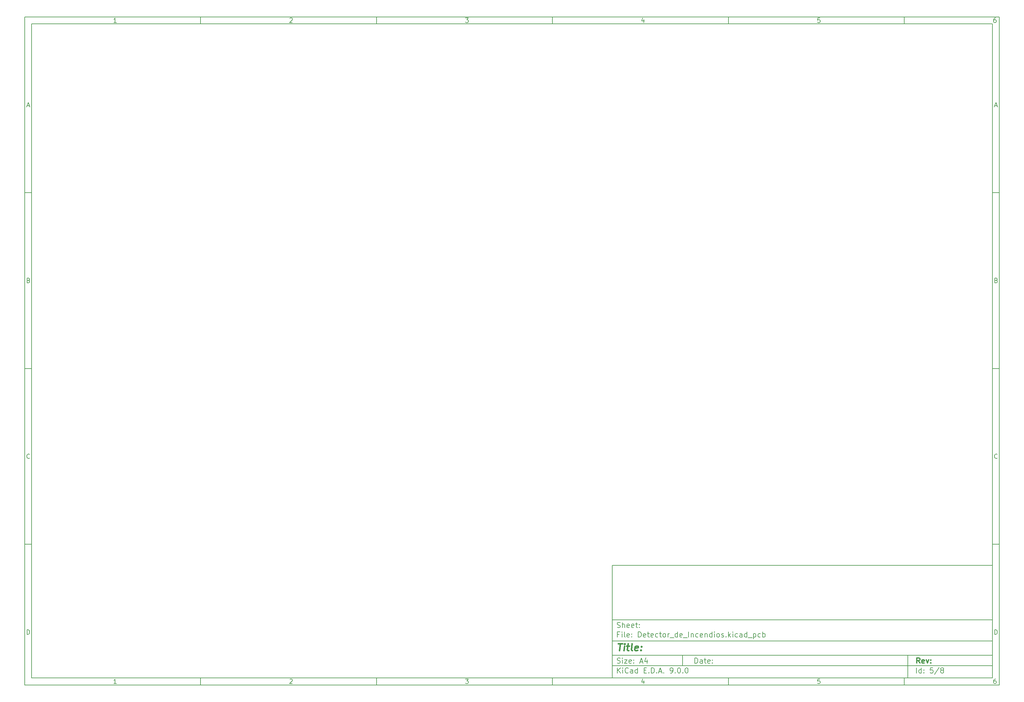
<source format=gbr>
%TF.GenerationSoftware,KiCad,Pcbnew,9.0.0*%
%TF.CreationDate,2025-02-27T14:05:11-05:00*%
%TF.ProjectId,Detector_de_Incendios,44657465-6374-46f7-925f-64655f496e63,rev?*%
%TF.SameCoordinates,Original*%
%TF.FileFunction,Legend,Bot*%
%TF.FilePolarity,Positive*%
%FSLAX46Y46*%
G04 Gerber Fmt 4.6, Leading zero omitted, Abs format (unit mm)*
G04 Created by KiCad (PCBNEW 9.0.0) date 2025-02-27 14:05:11*
%MOMM*%
%LPD*%
G01*
G04 APERTURE LIST*
%ADD10C,0.100000*%
%ADD11C,0.150000*%
%ADD12C,0.300000*%
%ADD13C,0.400000*%
G04 APERTURE END LIST*
D10*
D11*
X177002200Y-166007200D02*
X285002200Y-166007200D01*
X285002200Y-198007200D01*
X177002200Y-198007200D01*
X177002200Y-166007200D01*
D10*
D11*
X10000000Y-10000000D02*
X287002200Y-10000000D01*
X287002200Y-200007200D01*
X10000000Y-200007200D01*
X10000000Y-10000000D01*
D10*
D11*
X12000000Y-12000000D02*
X285002200Y-12000000D01*
X285002200Y-198007200D01*
X12000000Y-198007200D01*
X12000000Y-12000000D01*
D10*
D11*
X60000000Y-12000000D02*
X60000000Y-10000000D01*
D10*
D11*
X110000000Y-12000000D02*
X110000000Y-10000000D01*
D10*
D11*
X160000000Y-12000000D02*
X160000000Y-10000000D01*
D10*
D11*
X210000000Y-12000000D02*
X210000000Y-10000000D01*
D10*
D11*
X260000000Y-12000000D02*
X260000000Y-10000000D01*
D10*
D11*
X36089160Y-11593604D02*
X35346303Y-11593604D01*
X35717731Y-11593604D02*
X35717731Y-10293604D01*
X35717731Y-10293604D02*
X35593922Y-10479319D01*
X35593922Y-10479319D02*
X35470112Y-10603128D01*
X35470112Y-10603128D02*
X35346303Y-10665033D01*
D10*
D11*
X85346303Y-10417414D02*
X85408207Y-10355509D01*
X85408207Y-10355509D02*
X85532017Y-10293604D01*
X85532017Y-10293604D02*
X85841541Y-10293604D01*
X85841541Y-10293604D02*
X85965350Y-10355509D01*
X85965350Y-10355509D02*
X86027255Y-10417414D01*
X86027255Y-10417414D02*
X86089160Y-10541223D01*
X86089160Y-10541223D02*
X86089160Y-10665033D01*
X86089160Y-10665033D02*
X86027255Y-10850747D01*
X86027255Y-10850747D02*
X85284398Y-11593604D01*
X85284398Y-11593604D02*
X86089160Y-11593604D01*
D10*
D11*
X135284398Y-10293604D02*
X136089160Y-10293604D01*
X136089160Y-10293604D02*
X135655826Y-10788842D01*
X135655826Y-10788842D02*
X135841541Y-10788842D01*
X135841541Y-10788842D02*
X135965350Y-10850747D01*
X135965350Y-10850747D02*
X136027255Y-10912652D01*
X136027255Y-10912652D02*
X136089160Y-11036461D01*
X136089160Y-11036461D02*
X136089160Y-11345985D01*
X136089160Y-11345985D02*
X136027255Y-11469795D01*
X136027255Y-11469795D02*
X135965350Y-11531700D01*
X135965350Y-11531700D02*
X135841541Y-11593604D01*
X135841541Y-11593604D02*
X135470112Y-11593604D01*
X135470112Y-11593604D02*
X135346303Y-11531700D01*
X135346303Y-11531700D02*
X135284398Y-11469795D01*
D10*
D11*
X185965350Y-10726938D02*
X185965350Y-11593604D01*
X185655826Y-10231700D02*
X185346303Y-11160271D01*
X185346303Y-11160271D02*
X186151064Y-11160271D01*
D10*
D11*
X236027255Y-10293604D02*
X235408207Y-10293604D01*
X235408207Y-10293604D02*
X235346303Y-10912652D01*
X235346303Y-10912652D02*
X235408207Y-10850747D01*
X235408207Y-10850747D02*
X235532017Y-10788842D01*
X235532017Y-10788842D02*
X235841541Y-10788842D01*
X235841541Y-10788842D02*
X235965350Y-10850747D01*
X235965350Y-10850747D02*
X236027255Y-10912652D01*
X236027255Y-10912652D02*
X236089160Y-11036461D01*
X236089160Y-11036461D02*
X236089160Y-11345985D01*
X236089160Y-11345985D02*
X236027255Y-11469795D01*
X236027255Y-11469795D02*
X235965350Y-11531700D01*
X235965350Y-11531700D02*
X235841541Y-11593604D01*
X235841541Y-11593604D02*
X235532017Y-11593604D01*
X235532017Y-11593604D02*
X235408207Y-11531700D01*
X235408207Y-11531700D02*
X235346303Y-11469795D01*
D10*
D11*
X285965350Y-10293604D02*
X285717731Y-10293604D01*
X285717731Y-10293604D02*
X285593922Y-10355509D01*
X285593922Y-10355509D02*
X285532017Y-10417414D01*
X285532017Y-10417414D02*
X285408207Y-10603128D01*
X285408207Y-10603128D02*
X285346303Y-10850747D01*
X285346303Y-10850747D02*
X285346303Y-11345985D01*
X285346303Y-11345985D02*
X285408207Y-11469795D01*
X285408207Y-11469795D02*
X285470112Y-11531700D01*
X285470112Y-11531700D02*
X285593922Y-11593604D01*
X285593922Y-11593604D02*
X285841541Y-11593604D01*
X285841541Y-11593604D02*
X285965350Y-11531700D01*
X285965350Y-11531700D02*
X286027255Y-11469795D01*
X286027255Y-11469795D02*
X286089160Y-11345985D01*
X286089160Y-11345985D02*
X286089160Y-11036461D01*
X286089160Y-11036461D02*
X286027255Y-10912652D01*
X286027255Y-10912652D02*
X285965350Y-10850747D01*
X285965350Y-10850747D02*
X285841541Y-10788842D01*
X285841541Y-10788842D02*
X285593922Y-10788842D01*
X285593922Y-10788842D02*
X285470112Y-10850747D01*
X285470112Y-10850747D02*
X285408207Y-10912652D01*
X285408207Y-10912652D02*
X285346303Y-11036461D01*
D10*
D11*
X60000000Y-198007200D02*
X60000000Y-200007200D01*
D10*
D11*
X110000000Y-198007200D02*
X110000000Y-200007200D01*
D10*
D11*
X160000000Y-198007200D02*
X160000000Y-200007200D01*
D10*
D11*
X210000000Y-198007200D02*
X210000000Y-200007200D01*
D10*
D11*
X260000000Y-198007200D02*
X260000000Y-200007200D01*
D10*
D11*
X36089160Y-199600804D02*
X35346303Y-199600804D01*
X35717731Y-199600804D02*
X35717731Y-198300804D01*
X35717731Y-198300804D02*
X35593922Y-198486519D01*
X35593922Y-198486519D02*
X35470112Y-198610328D01*
X35470112Y-198610328D02*
X35346303Y-198672233D01*
D10*
D11*
X85346303Y-198424614D02*
X85408207Y-198362709D01*
X85408207Y-198362709D02*
X85532017Y-198300804D01*
X85532017Y-198300804D02*
X85841541Y-198300804D01*
X85841541Y-198300804D02*
X85965350Y-198362709D01*
X85965350Y-198362709D02*
X86027255Y-198424614D01*
X86027255Y-198424614D02*
X86089160Y-198548423D01*
X86089160Y-198548423D02*
X86089160Y-198672233D01*
X86089160Y-198672233D02*
X86027255Y-198857947D01*
X86027255Y-198857947D02*
X85284398Y-199600804D01*
X85284398Y-199600804D02*
X86089160Y-199600804D01*
D10*
D11*
X135284398Y-198300804D02*
X136089160Y-198300804D01*
X136089160Y-198300804D02*
X135655826Y-198796042D01*
X135655826Y-198796042D02*
X135841541Y-198796042D01*
X135841541Y-198796042D02*
X135965350Y-198857947D01*
X135965350Y-198857947D02*
X136027255Y-198919852D01*
X136027255Y-198919852D02*
X136089160Y-199043661D01*
X136089160Y-199043661D02*
X136089160Y-199353185D01*
X136089160Y-199353185D02*
X136027255Y-199476995D01*
X136027255Y-199476995D02*
X135965350Y-199538900D01*
X135965350Y-199538900D02*
X135841541Y-199600804D01*
X135841541Y-199600804D02*
X135470112Y-199600804D01*
X135470112Y-199600804D02*
X135346303Y-199538900D01*
X135346303Y-199538900D02*
X135284398Y-199476995D01*
D10*
D11*
X185965350Y-198734138D02*
X185965350Y-199600804D01*
X185655826Y-198238900D02*
X185346303Y-199167471D01*
X185346303Y-199167471D02*
X186151064Y-199167471D01*
D10*
D11*
X236027255Y-198300804D02*
X235408207Y-198300804D01*
X235408207Y-198300804D02*
X235346303Y-198919852D01*
X235346303Y-198919852D02*
X235408207Y-198857947D01*
X235408207Y-198857947D02*
X235532017Y-198796042D01*
X235532017Y-198796042D02*
X235841541Y-198796042D01*
X235841541Y-198796042D02*
X235965350Y-198857947D01*
X235965350Y-198857947D02*
X236027255Y-198919852D01*
X236027255Y-198919852D02*
X236089160Y-199043661D01*
X236089160Y-199043661D02*
X236089160Y-199353185D01*
X236089160Y-199353185D02*
X236027255Y-199476995D01*
X236027255Y-199476995D02*
X235965350Y-199538900D01*
X235965350Y-199538900D02*
X235841541Y-199600804D01*
X235841541Y-199600804D02*
X235532017Y-199600804D01*
X235532017Y-199600804D02*
X235408207Y-199538900D01*
X235408207Y-199538900D02*
X235346303Y-199476995D01*
D10*
D11*
X285965350Y-198300804D02*
X285717731Y-198300804D01*
X285717731Y-198300804D02*
X285593922Y-198362709D01*
X285593922Y-198362709D02*
X285532017Y-198424614D01*
X285532017Y-198424614D02*
X285408207Y-198610328D01*
X285408207Y-198610328D02*
X285346303Y-198857947D01*
X285346303Y-198857947D02*
X285346303Y-199353185D01*
X285346303Y-199353185D02*
X285408207Y-199476995D01*
X285408207Y-199476995D02*
X285470112Y-199538900D01*
X285470112Y-199538900D02*
X285593922Y-199600804D01*
X285593922Y-199600804D02*
X285841541Y-199600804D01*
X285841541Y-199600804D02*
X285965350Y-199538900D01*
X285965350Y-199538900D02*
X286027255Y-199476995D01*
X286027255Y-199476995D02*
X286089160Y-199353185D01*
X286089160Y-199353185D02*
X286089160Y-199043661D01*
X286089160Y-199043661D02*
X286027255Y-198919852D01*
X286027255Y-198919852D02*
X285965350Y-198857947D01*
X285965350Y-198857947D02*
X285841541Y-198796042D01*
X285841541Y-198796042D02*
X285593922Y-198796042D01*
X285593922Y-198796042D02*
X285470112Y-198857947D01*
X285470112Y-198857947D02*
X285408207Y-198919852D01*
X285408207Y-198919852D02*
X285346303Y-199043661D01*
D10*
D11*
X10000000Y-60000000D02*
X12000000Y-60000000D01*
D10*
D11*
X10000000Y-110000000D02*
X12000000Y-110000000D01*
D10*
D11*
X10000000Y-160000000D02*
X12000000Y-160000000D01*
D10*
D11*
X10690476Y-35222176D02*
X11309523Y-35222176D01*
X10566666Y-35593604D02*
X10999999Y-34293604D01*
X10999999Y-34293604D02*
X11433333Y-35593604D01*
D10*
D11*
X11092857Y-84912652D02*
X11278571Y-84974557D01*
X11278571Y-84974557D02*
X11340476Y-85036461D01*
X11340476Y-85036461D02*
X11402380Y-85160271D01*
X11402380Y-85160271D02*
X11402380Y-85345985D01*
X11402380Y-85345985D02*
X11340476Y-85469795D01*
X11340476Y-85469795D02*
X11278571Y-85531700D01*
X11278571Y-85531700D02*
X11154761Y-85593604D01*
X11154761Y-85593604D02*
X10659523Y-85593604D01*
X10659523Y-85593604D02*
X10659523Y-84293604D01*
X10659523Y-84293604D02*
X11092857Y-84293604D01*
X11092857Y-84293604D02*
X11216666Y-84355509D01*
X11216666Y-84355509D02*
X11278571Y-84417414D01*
X11278571Y-84417414D02*
X11340476Y-84541223D01*
X11340476Y-84541223D02*
X11340476Y-84665033D01*
X11340476Y-84665033D02*
X11278571Y-84788842D01*
X11278571Y-84788842D02*
X11216666Y-84850747D01*
X11216666Y-84850747D02*
X11092857Y-84912652D01*
X11092857Y-84912652D02*
X10659523Y-84912652D01*
D10*
D11*
X11402380Y-135469795D02*
X11340476Y-135531700D01*
X11340476Y-135531700D02*
X11154761Y-135593604D01*
X11154761Y-135593604D02*
X11030952Y-135593604D01*
X11030952Y-135593604D02*
X10845238Y-135531700D01*
X10845238Y-135531700D02*
X10721428Y-135407890D01*
X10721428Y-135407890D02*
X10659523Y-135284080D01*
X10659523Y-135284080D02*
X10597619Y-135036461D01*
X10597619Y-135036461D02*
X10597619Y-134850747D01*
X10597619Y-134850747D02*
X10659523Y-134603128D01*
X10659523Y-134603128D02*
X10721428Y-134479319D01*
X10721428Y-134479319D02*
X10845238Y-134355509D01*
X10845238Y-134355509D02*
X11030952Y-134293604D01*
X11030952Y-134293604D02*
X11154761Y-134293604D01*
X11154761Y-134293604D02*
X11340476Y-134355509D01*
X11340476Y-134355509D02*
X11402380Y-134417414D01*
D10*
D11*
X10659523Y-185593604D02*
X10659523Y-184293604D01*
X10659523Y-184293604D02*
X10969047Y-184293604D01*
X10969047Y-184293604D02*
X11154761Y-184355509D01*
X11154761Y-184355509D02*
X11278571Y-184479319D01*
X11278571Y-184479319D02*
X11340476Y-184603128D01*
X11340476Y-184603128D02*
X11402380Y-184850747D01*
X11402380Y-184850747D02*
X11402380Y-185036461D01*
X11402380Y-185036461D02*
X11340476Y-185284080D01*
X11340476Y-185284080D02*
X11278571Y-185407890D01*
X11278571Y-185407890D02*
X11154761Y-185531700D01*
X11154761Y-185531700D02*
X10969047Y-185593604D01*
X10969047Y-185593604D02*
X10659523Y-185593604D01*
D10*
D11*
X287002200Y-60000000D02*
X285002200Y-60000000D01*
D10*
D11*
X287002200Y-110000000D02*
X285002200Y-110000000D01*
D10*
D11*
X287002200Y-160000000D02*
X285002200Y-160000000D01*
D10*
D11*
X285692676Y-35222176D02*
X286311723Y-35222176D01*
X285568866Y-35593604D02*
X286002199Y-34293604D01*
X286002199Y-34293604D02*
X286435533Y-35593604D01*
D10*
D11*
X286095057Y-84912652D02*
X286280771Y-84974557D01*
X286280771Y-84974557D02*
X286342676Y-85036461D01*
X286342676Y-85036461D02*
X286404580Y-85160271D01*
X286404580Y-85160271D02*
X286404580Y-85345985D01*
X286404580Y-85345985D02*
X286342676Y-85469795D01*
X286342676Y-85469795D02*
X286280771Y-85531700D01*
X286280771Y-85531700D02*
X286156961Y-85593604D01*
X286156961Y-85593604D02*
X285661723Y-85593604D01*
X285661723Y-85593604D02*
X285661723Y-84293604D01*
X285661723Y-84293604D02*
X286095057Y-84293604D01*
X286095057Y-84293604D02*
X286218866Y-84355509D01*
X286218866Y-84355509D02*
X286280771Y-84417414D01*
X286280771Y-84417414D02*
X286342676Y-84541223D01*
X286342676Y-84541223D02*
X286342676Y-84665033D01*
X286342676Y-84665033D02*
X286280771Y-84788842D01*
X286280771Y-84788842D02*
X286218866Y-84850747D01*
X286218866Y-84850747D02*
X286095057Y-84912652D01*
X286095057Y-84912652D02*
X285661723Y-84912652D01*
D10*
D11*
X286404580Y-135469795D02*
X286342676Y-135531700D01*
X286342676Y-135531700D02*
X286156961Y-135593604D01*
X286156961Y-135593604D02*
X286033152Y-135593604D01*
X286033152Y-135593604D02*
X285847438Y-135531700D01*
X285847438Y-135531700D02*
X285723628Y-135407890D01*
X285723628Y-135407890D02*
X285661723Y-135284080D01*
X285661723Y-135284080D02*
X285599819Y-135036461D01*
X285599819Y-135036461D02*
X285599819Y-134850747D01*
X285599819Y-134850747D02*
X285661723Y-134603128D01*
X285661723Y-134603128D02*
X285723628Y-134479319D01*
X285723628Y-134479319D02*
X285847438Y-134355509D01*
X285847438Y-134355509D02*
X286033152Y-134293604D01*
X286033152Y-134293604D02*
X286156961Y-134293604D01*
X286156961Y-134293604D02*
X286342676Y-134355509D01*
X286342676Y-134355509D02*
X286404580Y-134417414D01*
D10*
D11*
X285661723Y-185593604D02*
X285661723Y-184293604D01*
X285661723Y-184293604D02*
X285971247Y-184293604D01*
X285971247Y-184293604D02*
X286156961Y-184355509D01*
X286156961Y-184355509D02*
X286280771Y-184479319D01*
X286280771Y-184479319D02*
X286342676Y-184603128D01*
X286342676Y-184603128D02*
X286404580Y-184850747D01*
X286404580Y-184850747D02*
X286404580Y-185036461D01*
X286404580Y-185036461D02*
X286342676Y-185284080D01*
X286342676Y-185284080D02*
X286280771Y-185407890D01*
X286280771Y-185407890D02*
X286156961Y-185531700D01*
X286156961Y-185531700D02*
X285971247Y-185593604D01*
X285971247Y-185593604D02*
X285661723Y-185593604D01*
D10*
D11*
X200458026Y-193793328D02*
X200458026Y-192293328D01*
X200458026Y-192293328D02*
X200815169Y-192293328D01*
X200815169Y-192293328D02*
X201029455Y-192364757D01*
X201029455Y-192364757D02*
X201172312Y-192507614D01*
X201172312Y-192507614D02*
X201243741Y-192650471D01*
X201243741Y-192650471D02*
X201315169Y-192936185D01*
X201315169Y-192936185D02*
X201315169Y-193150471D01*
X201315169Y-193150471D02*
X201243741Y-193436185D01*
X201243741Y-193436185D02*
X201172312Y-193579042D01*
X201172312Y-193579042D02*
X201029455Y-193721900D01*
X201029455Y-193721900D02*
X200815169Y-193793328D01*
X200815169Y-193793328D02*
X200458026Y-193793328D01*
X202600884Y-193793328D02*
X202600884Y-193007614D01*
X202600884Y-193007614D02*
X202529455Y-192864757D01*
X202529455Y-192864757D02*
X202386598Y-192793328D01*
X202386598Y-192793328D02*
X202100884Y-192793328D01*
X202100884Y-192793328D02*
X201958026Y-192864757D01*
X202600884Y-193721900D02*
X202458026Y-193793328D01*
X202458026Y-193793328D02*
X202100884Y-193793328D01*
X202100884Y-193793328D02*
X201958026Y-193721900D01*
X201958026Y-193721900D02*
X201886598Y-193579042D01*
X201886598Y-193579042D02*
X201886598Y-193436185D01*
X201886598Y-193436185D02*
X201958026Y-193293328D01*
X201958026Y-193293328D02*
X202100884Y-193221900D01*
X202100884Y-193221900D02*
X202458026Y-193221900D01*
X202458026Y-193221900D02*
X202600884Y-193150471D01*
X203100884Y-192793328D02*
X203672312Y-192793328D01*
X203315169Y-192293328D02*
X203315169Y-193579042D01*
X203315169Y-193579042D02*
X203386598Y-193721900D01*
X203386598Y-193721900D02*
X203529455Y-193793328D01*
X203529455Y-193793328D02*
X203672312Y-193793328D01*
X204743741Y-193721900D02*
X204600884Y-193793328D01*
X204600884Y-193793328D02*
X204315170Y-193793328D01*
X204315170Y-193793328D02*
X204172312Y-193721900D01*
X204172312Y-193721900D02*
X204100884Y-193579042D01*
X204100884Y-193579042D02*
X204100884Y-193007614D01*
X204100884Y-193007614D02*
X204172312Y-192864757D01*
X204172312Y-192864757D02*
X204315170Y-192793328D01*
X204315170Y-192793328D02*
X204600884Y-192793328D01*
X204600884Y-192793328D02*
X204743741Y-192864757D01*
X204743741Y-192864757D02*
X204815170Y-193007614D01*
X204815170Y-193007614D02*
X204815170Y-193150471D01*
X204815170Y-193150471D02*
X204100884Y-193293328D01*
X205458026Y-193650471D02*
X205529455Y-193721900D01*
X205529455Y-193721900D02*
X205458026Y-193793328D01*
X205458026Y-193793328D02*
X205386598Y-193721900D01*
X205386598Y-193721900D02*
X205458026Y-193650471D01*
X205458026Y-193650471D02*
X205458026Y-193793328D01*
X205458026Y-192864757D02*
X205529455Y-192936185D01*
X205529455Y-192936185D02*
X205458026Y-193007614D01*
X205458026Y-193007614D02*
X205386598Y-192936185D01*
X205386598Y-192936185D02*
X205458026Y-192864757D01*
X205458026Y-192864757D02*
X205458026Y-193007614D01*
D10*
D11*
X177002200Y-194507200D02*
X285002200Y-194507200D01*
D10*
D11*
X178458026Y-196593328D02*
X178458026Y-195093328D01*
X179315169Y-196593328D02*
X178672312Y-195736185D01*
X179315169Y-195093328D02*
X178458026Y-195950471D01*
X179958026Y-196593328D02*
X179958026Y-195593328D01*
X179958026Y-195093328D02*
X179886598Y-195164757D01*
X179886598Y-195164757D02*
X179958026Y-195236185D01*
X179958026Y-195236185D02*
X180029455Y-195164757D01*
X180029455Y-195164757D02*
X179958026Y-195093328D01*
X179958026Y-195093328D02*
X179958026Y-195236185D01*
X181529455Y-196450471D02*
X181458027Y-196521900D01*
X181458027Y-196521900D02*
X181243741Y-196593328D01*
X181243741Y-196593328D02*
X181100884Y-196593328D01*
X181100884Y-196593328D02*
X180886598Y-196521900D01*
X180886598Y-196521900D02*
X180743741Y-196379042D01*
X180743741Y-196379042D02*
X180672312Y-196236185D01*
X180672312Y-196236185D02*
X180600884Y-195950471D01*
X180600884Y-195950471D02*
X180600884Y-195736185D01*
X180600884Y-195736185D02*
X180672312Y-195450471D01*
X180672312Y-195450471D02*
X180743741Y-195307614D01*
X180743741Y-195307614D02*
X180886598Y-195164757D01*
X180886598Y-195164757D02*
X181100884Y-195093328D01*
X181100884Y-195093328D02*
X181243741Y-195093328D01*
X181243741Y-195093328D02*
X181458027Y-195164757D01*
X181458027Y-195164757D02*
X181529455Y-195236185D01*
X182815170Y-196593328D02*
X182815170Y-195807614D01*
X182815170Y-195807614D02*
X182743741Y-195664757D01*
X182743741Y-195664757D02*
X182600884Y-195593328D01*
X182600884Y-195593328D02*
X182315170Y-195593328D01*
X182315170Y-195593328D02*
X182172312Y-195664757D01*
X182815170Y-196521900D02*
X182672312Y-196593328D01*
X182672312Y-196593328D02*
X182315170Y-196593328D01*
X182315170Y-196593328D02*
X182172312Y-196521900D01*
X182172312Y-196521900D02*
X182100884Y-196379042D01*
X182100884Y-196379042D02*
X182100884Y-196236185D01*
X182100884Y-196236185D02*
X182172312Y-196093328D01*
X182172312Y-196093328D02*
X182315170Y-196021900D01*
X182315170Y-196021900D02*
X182672312Y-196021900D01*
X182672312Y-196021900D02*
X182815170Y-195950471D01*
X184172313Y-196593328D02*
X184172313Y-195093328D01*
X184172313Y-196521900D02*
X184029455Y-196593328D01*
X184029455Y-196593328D02*
X183743741Y-196593328D01*
X183743741Y-196593328D02*
X183600884Y-196521900D01*
X183600884Y-196521900D02*
X183529455Y-196450471D01*
X183529455Y-196450471D02*
X183458027Y-196307614D01*
X183458027Y-196307614D02*
X183458027Y-195879042D01*
X183458027Y-195879042D02*
X183529455Y-195736185D01*
X183529455Y-195736185D02*
X183600884Y-195664757D01*
X183600884Y-195664757D02*
X183743741Y-195593328D01*
X183743741Y-195593328D02*
X184029455Y-195593328D01*
X184029455Y-195593328D02*
X184172313Y-195664757D01*
X186029455Y-195807614D02*
X186529455Y-195807614D01*
X186743741Y-196593328D02*
X186029455Y-196593328D01*
X186029455Y-196593328D02*
X186029455Y-195093328D01*
X186029455Y-195093328D02*
X186743741Y-195093328D01*
X187386598Y-196450471D02*
X187458027Y-196521900D01*
X187458027Y-196521900D02*
X187386598Y-196593328D01*
X187386598Y-196593328D02*
X187315170Y-196521900D01*
X187315170Y-196521900D02*
X187386598Y-196450471D01*
X187386598Y-196450471D02*
X187386598Y-196593328D01*
X188100884Y-196593328D02*
X188100884Y-195093328D01*
X188100884Y-195093328D02*
X188458027Y-195093328D01*
X188458027Y-195093328D02*
X188672313Y-195164757D01*
X188672313Y-195164757D02*
X188815170Y-195307614D01*
X188815170Y-195307614D02*
X188886599Y-195450471D01*
X188886599Y-195450471D02*
X188958027Y-195736185D01*
X188958027Y-195736185D02*
X188958027Y-195950471D01*
X188958027Y-195950471D02*
X188886599Y-196236185D01*
X188886599Y-196236185D02*
X188815170Y-196379042D01*
X188815170Y-196379042D02*
X188672313Y-196521900D01*
X188672313Y-196521900D02*
X188458027Y-196593328D01*
X188458027Y-196593328D02*
X188100884Y-196593328D01*
X189600884Y-196450471D02*
X189672313Y-196521900D01*
X189672313Y-196521900D02*
X189600884Y-196593328D01*
X189600884Y-196593328D02*
X189529456Y-196521900D01*
X189529456Y-196521900D02*
X189600884Y-196450471D01*
X189600884Y-196450471D02*
X189600884Y-196593328D01*
X190243742Y-196164757D02*
X190958028Y-196164757D01*
X190100885Y-196593328D02*
X190600885Y-195093328D01*
X190600885Y-195093328D02*
X191100885Y-196593328D01*
X191600884Y-196450471D02*
X191672313Y-196521900D01*
X191672313Y-196521900D02*
X191600884Y-196593328D01*
X191600884Y-196593328D02*
X191529456Y-196521900D01*
X191529456Y-196521900D02*
X191600884Y-196450471D01*
X191600884Y-196450471D02*
X191600884Y-196593328D01*
X193529456Y-196593328D02*
X193815170Y-196593328D01*
X193815170Y-196593328D02*
X193958027Y-196521900D01*
X193958027Y-196521900D02*
X194029456Y-196450471D01*
X194029456Y-196450471D02*
X194172313Y-196236185D01*
X194172313Y-196236185D02*
X194243742Y-195950471D01*
X194243742Y-195950471D02*
X194243742Y-195379042D01*
X194243742Y-195379042D02*
X194172313Y-195236185D01*
X194172313Y-195236185D02*
X194100885Y-195164757D01*
X194100885Y-195164757D02*
X193958027Y-195093328D01*
X193958027Y-195093328D02*
X193672313Y-195093328D01*
X193672313Y-195093328D02*
X193529456Y-195164757D01*
X193529456Y-195164757D02*
X193458027Y-195236185D01*
X193458027Y-195236185D02*
X193386599Y-195379042D01*
X193386599Y-195379042D02*
X193386599Y-195736185D01*
X193386599Y-195736185D02*
X193458027Y-195879042D01*
X193458027Y-195879042D02*
X193529456Y-195950471D01*
X193529456Y-195950471D02*
X193672313Y-196021900D01*
X193672313Y-196021900D02*
X193958027Y-196021900D01*
X193958027Y-196021900D02*
X194100885Y-195950471D01*
X194100885Y-195950471D02*
X194172313Y-195879042D01*
X194172313Y-195879042D02*
X194243742Y-195736185D01*
X194886598Y-196450471D02*
X194958027Y-196521900D01*
X194958027Y-196521900D02*
X194886598Y-196593328D01*
X194886598Y-196593328D02*
X194815170Y-196521900D01*
X194815170Y-196521900D02*
X194886598Y-196450471D01*
X194886598Y-196450471D02*
X194886598Y-196593328D01*
X195886599Y-195093328D02*
X196029456Y-195093328D01*
X196029456Y-195093328D02*
X196172313Y-195164757D01*
X196172313Y-195164757D02*
X196243742Y-195236185D01*
X196243742Y-195236185D02*
X196315170Y-195379042D01*
X196315170Y-195379042D02*
X196386599Y-195664757D01*
X196386599Y-195664757D02*
X196386599Y-196021900D01*
X196386599Y-196021900D02*
X196315170Y-196307614D01*
X196315170Y-196307614D02*
X196243742Y-196450471D01*
X196243742Y-196450471D02*
X196172313Y-196521900D01*
X196172313Y-196521900D02*
X196029456Y-196593328D01*
X196029456Y-196593328D02*
X195886599Y-196593328D01*
X195886599Y-196593328D02*
X195743742Y-196521900D01*
X195743742Y-196521900D02*
X195672313Y-196450471D01*
X195672313Y-196450471D02*
X195600884Y-196307614D01*
X195600884Y-196307614D02*
X195529456Y-196021900D01*
X195529456Y-196021900D02*
X195529456Y-195664757D01*
X195529456Y-195664757D02*
X195600884Y-195379042D01*
X195600884Y-195379042D02*
X195672313Y-195236185D01*
X195672313Y-195236185D02*
X195743742Y-195164757D01*
X195743742Y-195164757D02*
X195886599Y-195093328D01*
X197029455Y-196450471D02*
X197100884Y-196521900D01*
X197100884Y-196521900D02*
X197029455Y-196593328D01*
X197029455Y-196593328D02*
X196958027Y-196521900D01*
X196958027Y-196521900D02*
X197029455Y-196450471D01*
X197029455Y-196450471D02*
X197029455Y-196593328D01*
X198029456Y-195093328D02*
X198172313Y-195093328D01*
X198172313Y-195093328D02*
X198315170Y-195164757D01*
X198315170Y-195164757D02*
X198386599Y-195236185D01*
X198386599Y-195236185D02*
X198458027Y-195379042D01*
X198458027Y-195379042D02*
X198529456Y-195664757D01*
X198529456Y-195664757D02*
X198529456Y-196021900D01*
X198529456Y-196021900D02*
X198458027Y-196307614D01*
X198458027Y-196307614D02*
X198386599Y-196450471D01*
X198386599Y-196450471D02*
X198315170Y-196521900D01*
X198315170Y-196521900D02*
X198172313Y-196593328D01*
X198172313Y-196593328D02*
X198029456Y-196593328D01*
X198029456Y-196593328D02*
X197886599Y-196521900D01*
X197886599Y-196521900D02*
X197815170Y-196450471D01*
X197815170Y-196450471D02*
X197743741Y-196307614D01*
X197743741Y-196307614D02*
X197672313Y-196021900D01*
X197672313Y-196021900D02*
X197672313Y-195664757D01*
X197672313Y-195664757D02*
X197743741Y-195379042D01*
X197743741Y-195379042D02*
X197815170Y-195236185D01*
X197815170Y-195236185D02*
X197886599Y-195164757D01*
X197886599Y-195164757D02*
X198029456Y-195093328D01*
D10*
D11*
X177002200Y-191507200D02*
X285002200Y-191507200D01*
D10*
D12*
X264413853Y-193785528D02*
X263913853Y-193071242D01*
X263556710Y-193785528D02*
X263556710Y-192285528D01*
X263556710Y-192285528D02*
X264128139Y-192285528D01*
X264128139Y-192285528D02*
X264270996Y-192356957D01*
X264270996Y-192356957D02*
X264342425Y-192428385D01*
X264342425Y-192428385D02*
X264413853Y-192571242D01*
X264413853Y-192571242D02*
X264413853Y-192785528D01*
X264413853Y-192785528D02*
X264342425Y-192928385D01*
X264342425Y-192928385D02*
X264270996Y-192999814D01*
X264270996Y-192999814D02*
X264128139Y-193071242D01*
X264128139Y-193071242D02*
X263556710Y-193071242D01*
X265628139Y-193714100D02*
X265485282Y-193785528D01*
X265485282Y-193785528D02*
X265199568Y-193785528D01*
X265199568Y-193785528D02*
X265056710Y-193714100D01*
X265056710Y-193714100D02*
X264985282Y-193571242D01*
X264985282Y-193571242D02*
X264985282Y-192999814D01*
X264985282Y-192999814D02*
X265056710Y-192856957D01*
X265056710Y-192856957D02*
X265199568Y-192785528D01*
X265199568Y-192785528D02*
X265485282Y-192785528D01*
X265485282Y-192785528D02*
X265628139Y-192856957D01*
X265628139Y-192856957D02*
X265699568Y-192999814D01*
X265699568Y-192999814D02*
X265699568Y-193142671D01*
X265699568Y-193142671D02*
X264985282Y-193285528D01*
X266199567Y-192785528D02*
X266556710Y-193785528D01*
X266556710Y-193785528D02*
X266913853Y-192785528D01*
X267485281Y-193642671D02*
X267556710Y-193714100D01*
X267556710Y-193714100D02*
X267485281Y-193785528D01*
X267485281Y-193785528D02*
X267413853Y-193714100D01*
X267413853Y-193714100D02*
X267485281Y-193642671D01*
X267485281Y-193642671D02*
X267485281Y-193785528D01*
X267485281Y-192856957D02*
X267556710Y-192928385D01*
X267556710Y-192928385D02*
X267485281Y-192999814D01*
X267485281Y-192999814D02*
X267413853Y-192928385D01*
X267413853Y-192928385D02*
X267485281Y-192856957D01*
X267485281Y-192856957D02*
X267485281Y-192999814D01*
D10*
D11*
X178386598Y-193721900D02*
X178600884Y-193793328D01*
X178600884Y-193793328D02*
X178958026Y-193793328D01*
X178958026Y-193793328D02*
X179100884Y-193721900D01*
X179100884Y-193721900D02*
X179172312Y-193650471D01*
X179172312Y-193650471D02*
X179243741Y-193507614D01*
X179243741Y-193507614D02*
X179243741Y-193364757D01*
X179243741Y-193364757D02*
X179172312Y-193221900D01*
X179172312Y-193221900D02*
X179100884Y-193150471D01*
X179100884Y-193150471D02*
X178958026Y-193079042D01*
X178958026Y-193079042D02*
X178672312Y-193007614D01*
X178672312Y-193007614D02*
X178529455Y-192936185D01*
X178529455Y-192936185D02*
X178458026Y-192864757D01*
X178458026Y-192864757D02*
X178386598Y-192721900D01*
X178386598Y-192721900D02*
X178386598Y-192579042D01*
X178386598Y-192579042D02*
X178458026Y-192436185D01*
X178458026Y-192436185D02*
X178529455Y-192364757D01*
X178529455Y-192364757D02*
X178672312Y-192293328D01*
X178672312Y-192293328D02*
X179029455Y-192293328D01*
X179029455Y-192293328D02*
X179243741Y-192364757D01*
X179886597Y-193793328D02*
X179886597Y-192793328D01*
X179886597Y-192293328D02*
X179815169Y-192364757D01*
X179815169Y-192364757D02*
X179886597Y-192436185D01*
X179886597Y-192436185D02*
X179958026Y-192364757D01*
X179958026Y-192364757D02*
X179886597Y-192293328D01*
X179886597Y-192293328D02*
X179886597Y-192436185D01*
X180458026Y-192793328D02*
X181243741Y-192793328D01*
X181243741Y-192793328D02*
X180458026Y-193793328D01*
X180458026Y-193793328D02*
X181243741Y-193793328D01*
X182386598Y-193721900D02*
X182243741Y-193793328D01*
X182243741Y-193793328D02*
X181958027Y-193793328D01*
X181958027Y-193793328D02*
X181815169Y-193721900D01*
X181815169Y-193721900D02*
X181743741Y-193579042D01*
X181743741Y-193579042D02*
X181743741Y-193007614D01*
X181743741Y-193007614D02*
X181815169Y-192864757D01*
X181815169Y-192864757D02*
X181958027Y-192793328D01*
X181958027Y-192793328D02*
X182243741Y-192793328D01*
X182243741Y-192793328D02*
X182386598Y-192864757D01*
X182386598Y-192864757D02*
X182458027Y-193007614D01*
X182458027Y-193007614D02*
X182458027Y-193150471D01*
X182458027Y-193150471D02*
X181743741Y-193293328D01*
X183100883Y-193650471D02*
X183172312Y-193721900D01*
X183172312Y-193721900D02*
X183100883Y-193793328D01*
X183100883Y-193793328D02*
X183029455Y-193721900D01*
X183029455Y-193721900D02*
X183100883Y-193650471D01*
X183100883Y-193650471D02*
X183100883Y-193793328D01*
X183100883Y-192864757D02*
X183172312Y-192936185D01*
X183172312Y-192936185D02*
X183100883Y-193007614D01*
X183100883Y-193007614D02*
X183029455Y-192936185D01*
X183029455Y-192936185D02*
X183100883Y-192864757D01*
X183100883Y-192864757D02*
X183100883Y-193007614D01*
X184886598Y-193364757D02*
X185600884Y-193364757D01*
X184743741Y-193793328D02*
X185243741Y-192293328D01*
X185243741Y-192293328D02*
X185743741Y-193793328D01*
X186886598Y-192793328D02*
X186886598Y-193793328D01*
X186529455Y-192221900D02*
X186172312Y-193293328D01*
X186172312Y-193293328D02*
X187100883Y-193293328D01*
D10*
D11*
X263458026Y-196593328D02*
X263458026Y-195093328D01*
X264815170Y-196593328D02*
X264815170Y-195093328D01*
X264815170Y-196521900D02*
X264672312Y-196593328D01*
X264672312Y-196593328D02*
X264386598Y-196593328D01*
X264386598Y-196593328D02*
X264243741Y-196521900D01*
X264243741Y-196521900D02*
X264172312Y-196450471D01*
X264172312Y-196450471D02*
X264100884Y-196307614D01*
X264100884Y-196307614D02*
X264100884Y-195879042D01*
X264100884Y-195879042D02*
X264172312Y-195736185D01*
X264172312Y-195736185D02*
X264243741Y-195664757D01*
X264243741Y-195664757D02*
X264386598Y-195593328D01*
X264386598Y-195593328D02*
X264672312Y-195593328D01*
X264672312Y-195593328D02*
X264815170Y-195664757D01*
X265529455Y-196450471D02*
X265600884Y-196521900D01*
X265600884Y-196521900D02*
X265529455Y-196593328D01*
X265529455Y-196593328D02*
X265458027Y-196521900D01*
X265458027Y-196521900D02*
X265529455Y-196450471D01*
X265529455Y-196450471D02*
X265529455Y-196593328D01*
X265529455Y-195664757D02*
X265600884Y-195736185D01*
X265600884Y-195736185D02*
X265529455Y-195807614D01*
X265529455Y-195807614D02*
X265458027Y-195736185D01*
X265458027Y-195736185D02*
X265529455Y-195664757D01*
X265529455Y-195664757D02*
X265529455Y-195807614D01*
X268100884Y-195093328D02*
X267386598Y-195093328D01*
X267386598Y-195093328D02*
X267315170Y-195807614D01*
X267315170Y-195807614D02*
X267386598Y-195736185D01*
X267386598Y-195736185D02*
X267529456Y-195664757D01*
X267529456Y-195664757D02*
X267886598Y-195664757D01*
X267886598Y-195664757D02*
X268029456Y-195736185D01*
X268029456Y-195736185D02*
X268100884Y-195807614D01*
X268100884Y-195807614D02*
X268172313Y-195950471D01*
X268172313Y-195950471D02*
X268172313Y-196307614D01*
X268172313Y-196307614D02*
X268100884Y-196450471D01*
X268100884Y-196450471D02*
X268029456Y-196521900D01*
X268029456Y-196521900D02*
X267886598Y-196593328D01*
X267886598Y-196593328D02*
X267529456Y-196593328D01*
X267529456Y-196593328D02*
X267386598Y-196521900D01*
X267386598Y-196521900D02*
X267315170Y-196450471D01*
X269886598Y-195021900D02*
X268600884Y-196950471D01*
X270600884Y-195736185D02*
X270458027Y-195664757D01*
X270458027Y-195664757D02*
X270386598Y-195593328D01*
X270386598Y-195593328D02*
X270315170Y-195450471D01*
X270315170Y-195450471D02*
X270315170Y-195379042D01*
X270315170Y-195379042D02*
X270386598Y-195236185D01*
X270386598Y-195236185D02*
X270458027Y-195164757D01*
X270458027Y-195164757D02*
X270600884Y-195093328D01*
X270600884Y-195093328D02*
X270886598Y-195093328D01*
X270886598Y-195093328D02*
X271029456Y-195164757D01*
X271029456Y-195164757D02*
X271100884Y-195236185D01*
X271100884Y-195236185D02*
X271172313Y-195379042D01*
X271172313Y-195379042D02*
X271172313Y-195450471D01*
X271172313Y-195450471D02*
X271100884Y-195593328D01*
X271100884Y-195593328D02*
X271029456Y-195664757D01*
X271029456Y-195664757D02*
X270886598Y-195736185D01*
X270886598Y-195736185D02*
X270600884Y-195736185D01*
X270600884Y-195736185D02*
X270458027Y-195807614D01*
X270458027Y-195807614D02*
X270386598Y-195879042D01*
X270386598Y-195879042D02*
X270315170Y-196021900D01*
X270315170Y-196021900D02*
X270315170Y-196307614D01*
X270315170Y-196307614D02*
X270386598Y-196450471D01*
X270386598Y-196450471D02*
X270458027Y-196521900D01*
X270458027Y-196521900D02*
X270600884Y-196593328D01*
X270600884Y-196593328D02*
X270886598Y-196593328D01*
X270886598Y-196593328D02*
X271029456Y-196521900D01*
X271029456Y-196521900D02*
X271100884Y-196450471D01*
X271100884Y-196450471D02*
X271172313Y-196307614D01*
X271172313Y-196307614D02*
X271172313Y-196021900D01*
X271172313Y-196021900D02*
X271100884Y-195879042D01*
X271100884Y-195879042D02*
X271029456Y-195807614D01*
X271029456Y-195807614D02*
X270886598Y-195736185D01*
D10*
D11*
X177002200Y-187507200D02*
X285002200Y-187507200D01*
D10*
D13*
X178693928Y-188211638D02*
X179836785Y-188211638D01*
X179015357Y-190211638D02*
X179265357Y-188211638D01*
X180253452Y-190211638D02*
X180420119Y-188878304D01*
X180503452Y-188211638D02*
X180396309Y-188306876D01*
X180396309Y-188306876D02*
X180479643Y-188402114D01*
X180479643Y-188402114D02*
X180586786Y-188306876D01*
X180586786Y-188306876D02*
X180503452Y-188211638D01*
X180503452Y-188211638D02*
X180479643Y-188402114D01*
X181086786Y-188878304D02*
X181848690Y-188878304D01*
X181455833Y-188211638D02*
X181241548Y-189925923D01*
X181241548Y-189925923D02*
X181312976Y-190116400D01*
X181312976Y-190116400D02*
X181491548Y-190211638D01*
X181491548Y-190211638D02*
X181682024Y-190211638D01*
X182634405Y-190211638D02*
X182455833Y-190116400D01*
X182455833Y-190116400D02*
X182384405Y-189925923D01*
X182384405Y-189925923D02*
X182598690Y-188211638D01*
X184170119Y-190116400D02*
X183967738Y-190211638D01*
X183967738Y-190211638D02*
X183586785Y-190211638D01*
X183586785Y-190211638D02*
X183408214Y-190116400D01*
X183408214Y-190116400D02*
X183336785Y-189925923D01*
X183336785Y-189925923D02*
X183432024Y-189164019D01*
X183432024Y-189164019D02*
X183551071Y-188973542D01*
X183551071Y-188973542D02*
X183753452Y-188878304D01*
X183753452Y-188878304D02*
X184134404Y-188878304D01*
X184134404Y-188878304D02*
X184312976Y-188973542D01*
X184312976Y-188973542D02*
X184384404Y-189164019D01*
X184384404Y-189164019D02*
X184360595Y-189354495D01*
X184360595Y-189354495D02*
X183384404Y-189544971D01*
X185134405Y-190021161D02*
X185217738Y-190116400D01*
X185217738Y-190116400D02*
X185110595Y-190211638D01*
X185110595Y-190211638D02*
X185027262Y-190116400D01*
X185027262Y-190116400D02*
X185134405Y-190021161D01*
X185134405Y-190021161D02*
X185110595Y-190211638D01*
X185265357Y-188973542D02*
X185348690Y-189068780D01*
X185348690Y-189068780D02*
X185241548Y-189164019D01*
X185241548Y-189164019D02*
X185158214Y-189068780D01*
X185158214Y-189068780D02*
X185265357Y-188973542D01*
X185265357Y-188973542D02*
X185241548Y-189164019D01*
D10*
D11*
X178958026Y-185607614D02*
X178458026Y-185607614D01*
X178458026Y-186393328D02*
X178458026Y-184893328D01*
X178458026Y-184893328D02*
X179172312Y-184893328D01*
X179743740Y-186393328D02*
X179743740Y-185393328D01*
X179743740Y-184893328D02*
X179672312Y-184964757D01*
X179672312Y-184964757D02*
X179743740Y-185036185D01*
X179743740Y-185036185D02*
X179815169Y-184964757D01*
X179815169Y-184964757D02*
X179743740Y-184893328D01*
X179743740Y-184893328D02*
X179743740Y-185036185D01*
X180672312Y-186393328D02*
X180529455Y-186321900D01*
X180529455Y-186321900D02*
X180458026Y-186179042D01*
X180458026Y-186179042D02*
X180458026Y-184893328D01*
X181815169Y-186321900D02*
X181672312Y-186393328D01*
X181672312Y-186393328D02*
X181386598Y-186393328D01*
X181386598Y-186393328D02*
X181243740Y-186321900D01*
X181243740Y-186321900D02*
X181172312Y-186179042D01*
X181172312Y-186179042D02*
X181172312Y-185607614D01*
X181172312Y-185607614D02*
X181243740Y-185464757D01*
X181243740Y-185464757D02*
X181386598Y-185393328D01*
X181386598Y-185393328D02*
X181672312Y-185393328D01*
X181672312Y-185393328D02*
X181815169Y-185464757D01*
X181815169Y-185464757D02*
X181886598Y-185607614D01*
X181886598Y-185607614D02*
X181886598Y-185750471D01*
X181886598Y-185750471D02*
X181172312Y-185893328D01*
X182529454Y-186250471D02*
X182600883Y-186321900D01*
X182600883Y-186321900D02*
X182529454Y-186393328D01*
X182529454Y-186393328D02*
X182458026Y-186321900D01*
X182458026Y-186321900D02*
X182529454Y-186250471D01*
X182529454Y-186250471D02*
X182529454Y-186393328D01*
X182529454Y-185464757D02*
X182600883Y-185536185D01*
X182600883Y-185536185D02*
X182529454Y-185607614D01*
X182529454Y-185607614D02*
X182458026Y-185536185D01*
X182458026Y-185536185D02*
X182529454Y-185464757D01*
X182529454Y-185464757D02*
X182529454Y-185607614D01*
X184386597Y-186393328D02*
X184386597Y-184893328D01*
X184386597Y-184893328D02*
X184743740Y-184893328D01*
X184743740Y-184893328D02*
X184958026Y-184964757D01*
X184958026Y-184964757D02*
X185100883Y-185107614D01*
X185100883Y-185107614D02*
X185172312Y-185250471D01*
X185172312Y-185250471D02*
X185243740Y-185536185D01*
X185243740Y-185536185D02*
X185243740Y-185750471D01*
X185243740Y-185750471D02*
X185172312Y-186036185D01*
X185172312Y-186036185D02*
X185100883Y-186179042D01*
X185100883Y-186179042D02*
X184958026Y-186321900D01*
X184958026Y-186321900D02*
X184743740Y-186393328D01*
X184743740Y-186393328D02*
X184386597Y-186393328D01*
X186458026Y-186321900D02*
X186315169Y-186393328D01*
X186315169Y-186393328D02*
X186029455Y-186393328D01*
X186029455Y-186393328D02*
X185886597Y-186321900D01*
X185886597Y-186321900D02*
X185815169Y-186179042D01*
X185815169Y-186179042D02*
X185815169Y-185607614D01*
X185815169Y-185607614D02*
X185886597Y-185464757D01*
X185886597Y-185464757D02*
X186029455Y-185393328D01*
X186029455Y-185393328D02*
X186315169Y-185393328D01*
X186315169Y-185393328D02*
X186458026Y-185464757D01*
X186458026Y-185464757D02*
X186529455Y-185607614D01*
X186529455Y-185607614D02*
X186529455Y-185750471D01*
X186529455Y-185750471D02*
X185815169Y-185893328D01*
X186958026Y-185393328D02*
X187529454Y-185393328D01*
X187172311Y-184893328D02*
X187172311Y-186179042D01*
X187172311Y-186179042D02*
X187243740Y-186321900D01*
X187243740Y-186321900D02*
X187386597Y-186393328D01*
X187386597Y-186393328D02*
X187529454Y-186393328D01*
X188600883Y-186321900D02*
X188458026Y-186393328D01*
X188458026Y-186393328D02*
X188172312Y-186393328D01*
X188172312Y-186393328D02*
X188029454Y-186321900D01*
X188029454Y-186321900D02*
X187958026Y-186179042D01*
X187958026Y-186179042D02*
X187958026Y-185607614D01*
X187958026Y-185607614D02*
X188029454Y-185464757D01*
X188029454Y-185464757D02*
X188172312Y-185393328D01*
X188172312Y-185393328D02*
X188458026Y-185393328D01*
X188458026Y-185393328D02*
X188600883Y-185464757D01*
X188600883Y-185464757D02*
X188672312Y-185607614D01*
X188672312Y-185607614D02*
X188672312Y-185750471D01*
X188672312Y-185750471D02*
X187958026Y-185893328D01*
X189958026Y-186321900D02*
X189815168Y-186393328D01*
X189815168Y-186393328D02*
X189529454Y-186393328D01*
X189529454Y-186393328D02*
X189386597Y-186321900D01*
X189386597Y-186321900D02*
X189315168Y-186250471D01*
X189315168Y-186250471D02*
X189243740Y-186107614D01*
X189243740Y-186107614D02*
X189243740Y-185679042D01*
X189243740Y-185679042D02*
X189315168Y-185536185D01*
X189315168Y-185536185D02*
X189386597Y-185464757D01*
X189386597Y-185464757D02*
X189529454Y-185393328D01*
X189529454Y-185393328D02*
X189815168Y-185393328D01*
X189815168Y-185393328D02*
X189958026Y-185464757D01*
X190386597Y-185393328D02*
X190958025Y-185393328D01*
X190600882Y-184893328D02*
X190600882Y-186179042D01*
X190600882Y-186179042D02*
X190672311Y-186321900D01*
X190672311Y-186321900D02*
X190815168Y-186393328D01*
X190815168Y-186393328D02*
X190958025Y-186393328D01*
X191672311Y-186393328D02*
X191529454Y-186321900D01*
X191529454Y-186321900D02*
X191458025Y-186250471D01*
X191458025Y-186250471D02*
X191386597Y-186107614D01*
X191386597Y-186107614D02*
X191386597Y-185679042D01*
X191386597Y-185679042D02*
X191458025Y-185536185D01*
X191458025Y-185536185D02*
X191529454Y-185464757D01*
X191529454Y-185464757D02*
X191672311Y-185393328D01*
X191672311Y-185393328D02*
X191886597Y-185393328D01*
X191886597Y-185393328D02*
X192029454Y-185464757D01*
X192029454Y-185464757D02*
X192100883Y-185536185D01*
X192100883Y-185536185D02*
X192172311Y-185679042D01*
X192172311Y-185679042D02*
X192172311Y-186107614D01*
X192172311Y-186107614D02*
X192100883Y-186250471D01*
X192100883Y-186250471D02*
X192029454Y-186321900D01*
X192029454Y-186321900D02*
X191886597Y-186393328D01*
X191886597Y-186393328D02*
X191672311Y-186393328D01*
X192815168Y-186393328D02*
X192815168Y-185393328D01*
X192815168Y-185679042D02*
X192886597Y-185536185D01*
X192886597Y-185536185D02*
X192958026Y-185464757D01*
X192958026Y-185464757D02*
X193100883Y-185393328D01*
X193100883Y-185393328D02*
X193243740Y-185393328D01*
X193386597Y-186536185D02*
X194529454Y-186536185D01*
X195529454Y-186393328D02*
X195529454Y-184893328D01*
X195529454Y-186321900D02*
X195386596Y-186393328D01*
X195386596Y-186393328D02*
X195100882Y-186393328D01*
X195100882Y-186393328D02*
X194958025Y-186321900D01*
X194958025Y-186321900D02*
X194886596Y-186250471D01*
X194886596Y-186250471D02*
X194815168Y-186107614D01*
X194815168Y-186107614D02*
X194815168Y-185679042D01*
X194815168Y-185679042D02*
X194886596Y-185536185D01*
X194886596Y-185536185D02*
X194958025Y-185464757D01*
X194958025Y-185464757D02*
X195100882Y-185393328D01*
X195100882Y-185393328D02*
X195386596Y-185393328D01*
X195386596Y-185393328D02*
X195529454Y-185464757D01*
X196815168Y-186321900D02*
X196672311Y-186393328D01*
X196672311Y-186393328D02*
X196386597Y-186393328D01*
X196386597Y-186393328D02*
X196243739Y-186321900D01*
X196243739Y-186321900D02*
X196172311Y-186179042D01*
X196172311Y-186179042D02*
X196172311Y-185607614D01*
X196172311Y-185607614D02*
X196243739Y-185464757D01*
X196243739Y-185464757D02*
X196386597Y-185393328D01*
X196386597Y-185393328D02*
X196672311Y-185393328D01*
X196672311Y-185393328D02*
X196815168Y-185464757D01*
X196815168Y-185464757D02*
X196886597Y-185607614D01*
X196886597Y-185607614D02*
X196886597Y-185750471D01*
X196886597Y-185750471D02*
X196172311Y-185893328D01*
X197172311Y-186536185D02*
X198315168Y-186536185D01*
X198672310Y-186393328D02*
X198672310Y-184893328D01*
X199386596Y-185393328D02*
X199386596Y-186393328D01*
X199386596Y-185536185D02*
X199458025Y-185464757D01*
X199458025Y-185464757D02*
X199600882Y-185393328D01*
X199600882Y-185393328D02*
X199815168Y-185393328D01*
X199815168Y-185393328D02*
X199958025Y-185464757D01*
X199958025Y-185464757D02*
X200029454Y-185607614D01*
X200029454Y-185607614D02*
X200029454Y-186393328D01*
X201386597Y-186321900D02*
X201243739Y-186393328D01*
X201243739Y-186393328D02*
X200958025Y-186393328D01*
X200958025Y-186393328D02*
X200815168Y-186321900D01*
X200815168Y-186321900D02*
X200743739Y-186250471D01*
X200743739Y-186250471D02*
X200672311Y-186107614D01*
X200672311Y-186107614D02*
X200672311Y-185679042D01*
X200672311Y-185679042D02*
X200743739Y-185536185D01*
X200743739Y-185536185D02*
X200815168Y-185464757D01*
X200815168Y-185464757D02*
X200958025Y-185393328D01*
X200958025Y-185393328D02*
X201243739Y-185393328D01*
X201243739Y-185393328D02*
X201386597Y-185464757D01*
X202600882Y-186321900D02*
X202458025Y-186393328D01*
X202458025Y-186393328D02*
X202172311Y-186393328D01*
X202172311Y-186393328D02*
X202029453Y-186321900D01*
X202029453Y-186321900D02*
X201958025Y-186179042D01*
X201958025Y-186179042D02*
X201958025Y-185607614D01*
X201958025Y-185607614D02*
X202029453Y-185464757D01*
X202029453Y-185464757D02*
X202172311Y-185393328D01*
X202172311Y-185393328D02*
X202458025Y-185393328D01*
X202458025Y-185393328D02*
X202600882Y-185464757D01*
X202600882Y-185464757D02*
X202672311Y-185607614D01*
X202672311Y-185607614D02*
X202672311Y-185750471D01*
X202672311Y-185750471D02*
X201958025Y-185893328D01*
X203315167Y-185393328D02*
X203315167Y-186393328D01*
X203315167Y-185536185D02*
X203386596Y-185464757D01*
X203386596Y-185464757D02*
X203529453Y-185393328D01*
X203529453Y-185393328D02*
X203743739Y-185393328D01*
X203743739Y-185393328D02*
X203886596Y-185464757D01*
X203886596Y-185464757D02*
X203958025Y-185607614D01*
X203958025Y-185607614D02*
X203958025Y-186393328D01*
X205315168Y-186393328D02*
X205315168Y-184893328D01*
X205315168Y-186321900D02*
X205172310Y-186393328D01*
X205172310Y-186393328D02*
X204886596Y-186393328D01*
X204886596Y-186393328D02*
X204743739Y-186321900D01*
X204743739Y-186321900D02*
X204672310Y-186250471D01*
X204672310Y-186250471D02*
X204600882Y-186107614D01*
X204600882Y-186107614D02*
X204600882Y-185679042D01*
X204600882Y-185679042D02*
X204672310Y-185536185D01*
X204672310Y-185536185D02*
X204743739Y-185464757D01*
X204743739Y-185464757D02*
X204886596Y-185393328D01*
X204886596Y-185393328D02*
X205172310Y-185393328D01*
X205172310Y-185393328D02*
X205315168Y-185464757D01*
X206029453Y-186393328D02*
X206029453Y-185393328D01*
X206029453Y-184893328D02*
X205958025Y-184964757D01*
X205958025Y-184964757D02*
X206029453Y-185036185D01*
X206029453Y-185036185D02*
X206100882Y-184964757D01*
X206100882Y-184964757D02*
X206029453Y-184893328D01*
X206029453Y-184893328D02*
X206029453Y-185036185D01*
X206958025Y-186393328D02*
X206815168Y-186321900D01*
X206815168Y-186321900D02*
X206743739Y-186250471D01*
X206743739Y-186250471D02*
X206672311Y-186107614D01*
X206672311Y-186107614D02*
X206672311Y-185679042D01*
X206672311Y-185679042D02*
X206743739Y-185536185D01*
X206743739Y-185536185D02*
X206815168Y-185464757D01*
X206815168Y-185464757D02*
X206958025Y-185393328D01*
X206958025Y-185393328D02*
X207172311Y-185393328D01*
X207172311Y-185393328D02*
X207315168Y-185464757D01*
X207315168Y-185464757D02*
X207386597Y-185536185D01*
X207386597Y-185536185D02*
X207458025Y-185679042D01*
X207458025Y-185679042D02*
X207458025Y-186107614D01*
X207458025Y-186107614D02*
X207386597Y-186250471D01*
X207386597Y-186250471D02*
X207315168Y-186321900D01*
X207315168Y-186321900D02*
X207172311Y-186393328D01*
X207172311Y-186393328D02*
X206958025Y-186393328D01*
X208029454Y-186321900D02*
X208172311Y-186393328D01*
X208172311Y-186393328D02*
X208458025Y-186393328D01*
X208458025Y-186393328D02*
X208600882Y-186321900D01*
X208600882Y-186321900D02*
X208672311Y-186179042D01*
X208672311Y-186179042D02*
X208672311Y-186107614D01*
X208672311Y-186107614D02*
X208600882Y-185964757D01*
X208600882Y-185964757D02*
X208458025Y-185893328D01*
X208458025Y-185893328D02*
X208243740Y-185893328D01*
X208243740Y-185893328D02*
X208100882Y-185821900D01*
X208100882Y-185821900D02*
X208029454Y-185679042D01*
X208029454Y-185679042D02*
X208029454Y-185607614D01*
X208029454Y-185607614D02*
X208100882Y-185464757D01*
X208100882Y-185464757D02*
X208243740Y-185393328D01*
X208243740Y-185393328D02*
X208458025Y-185393328D01*
X208458025Y-185393328D02*
X208600882Y-185464757D01*
X209315168Y-186250471D02*
X209386597Y-186321900D01*
X209386597Y-186321900D02*
X209315168Y-186393328D01*
X209315168Y-186393328D02*
X209243740Y-186321900D01*
X209243740Y-186321900D02*
X209315168Y-186250471D01*
X209315168Y-186250471D02*
X209315168Y-186393328D01*
X210029454Y-186393328D02*
X210029454Y-184893328D01*
X210172312Y-185821900D02*
X210600883Y-186393328D01*
X210600883Y-185393328D02*
X210029454Y-185964757D01*
X211243740Y-186393328D02*
X211243740Y-185393328D01*
X211243740Y-184893328D02*
X211172312Y-184964757D01*
X211172312Y-184964757D02*
X211243740Y-185036185D01*
X211243740Y-185036185D02*
X211315169Y-184964757D01*
X211315169Y-184964757D02*
X211243740Y-184893328D01*
X211243740Y-184893328D02*
X211243740Y-185036185D01*
X212600884Y-186321900D02*
X212458026Y-186393328D01*
X212458026Y-186393328D02*
X212172312Y-186393328D01*
X212172312Y-186393328D02*
X212029455Y-186321900D01*
X212029455Y-186321900D02*
X211958026Y-186250471D01*
X211958026Y-186250471D02*
X211886598Y-186107614D01*
X211886598Y-186107614D02*
X211886598Y-185679042D01*
X211886598Y-185679042D02*
X211958026Y-185536185D01*
X211958026Y-185536185D02*
X212029455Y-185464757D01*
X212029455Y-185464757D02*
X212172312Y-185393328D01*
X212172312Y-185393328D02*
X212458026Y-185393328D01*
X212458026Y-185393328D02*
X212600884Y-185464757D01*
X213886598Y-186393328D02*
X213886598Y-185607614D01*
X213886598Y-185607614D02*
X213815169Y-185464757D01*
X213815169Y-185464757D02*
X213672312Y-185393328D01*
X213672312Y-185393328D02*
X213386598Y-185393328D01*
X213386598Y-185393328D02*
X213243740Y-185464757D01*
X213886598Y-186321900D02*
X213743740Y-186393328D01*
X213743740Y-186393328D02*
X213386598Y-186393328D01*
X213386598Y-186393328D02*
X213243740Y-186321900D01*
X213243740Y-186321900D02*
X213172312Y-186179042D01*
X213172312Y-186179042D02*
X213172312Y-186036185D01*
X213172312Y-186036185D02*
X213243740Y-185893328D01*
X213243740Y-185893328D02*
X213386598Y-185821900D01*
X213386598Y-185821900D02*
X213743740Y-185821900D01*
X213743740Y-185821900D02*
X213886598Y-185750471D01*
X215243741Y-186393328D02*
X215243741Y-184893328D01*
X215243741Y-186321900D02*
X215100883Y-186393328D01*
X215100883Y-186393328D02*
X214815169Y-186393328D01*
X214815169Y-186393328D02*
X214672312Y-186321900D01*
X214672312Y-186321900D02*
X214600883Y-186250471D01*
X214600883Y-186250471D02*
X214529455Y-186107614D01*
X214529455Y-186107614D02*
X214529455Y-185679042D01*
X214529455Y-185679042D02*
X214600883Y-185536185D01*
X214600883Y-185536185D02*
X214672312Y-185464757D01*
X214672312Y-185464757D02*
X214815169Y-185393328D01*
X214815169Y-185393328D02*
X215100883Y-185393328D01*
X215100883Y-185393328D02*
X215243741Y-185464757D01*
X215600884Y-186536185D02*
X216743741Y-186536185D01*
X217100883Y-185393328D02*
X217100883Y-186893328D01*
X217100883Y-185464757D02*
X217243741Y-185393328D01*
X217243741Y-185393328D02*
X217529455Y-185393328D01*
X217529455Y-185393328D02*
X217672312Y-185464757D01*
X217672312Y-185464757D02*
X217743741Y-185536185D01*
X217743741Y-185536185D02*
X217815169Y-185679042D01*
X217815169Y-185679042D02*
X217815169Y-186107614D01*
X217815169Y-186107614D02*
X217743741Y-186250471D01*
X217743741Y-186250471D02*
X217672312Y-186321900D01*
X217672312Y-186321900D02*
X217529455Y-186393328D01*
X217529455Y-186393328D02*
X217243741Y-186393328D01*
X217243741Y-186393328D02*
X217100883Y-186321900D01*
X219100884Y-186321900D02*
X218958026Y-186393328D01*
X218958026Y-186393328D02*
X218672312Y-186393328D01*
X218672312Y-186393328D02*
X218529455Y-186321900D01*
X218529455Y-186321900D02*
X218458026Y-186250471D01*
X218458026Y-186250471D02*
X218386598Y-186107614D01*
X218386598Y-186107614D02*
X218386598Y-185679042D01*
X218386598Y-185679042D02*
X218458026Y-185536185D01*
X218458026Y-185536185D02*
X218529455Y-185464757D01*
X218529455Y-185464757D02*
X218672312Y-185393328D01*
X218672312Y-185393328D02*
X218958026Y-185393328D01*
X218958026Y-185393328D02*
X219100884Y-185464757D01*
X219743740Y-186393328D02*
X219743740Y-184893328D01*
X219743740Y-185464757D02*
X219886598Y-185393328D01*
X219886598Y-185393328D02*
X220172312Y-185393328D01*
X220172312Y-185393328D02*
X220315169Y-185464757D01*
X220315169Y-185464757D02*
X220386598Y-185536185D01*
X220386598Y-185536185D02*
X220458026Y-185679042D01*
X220458026Y-185679042D02*
X220458026Y-186107614D01*
X220458026Y-186107614D02*
X220386598Y-186250471D01*
X220386598Y-186250471D02*
X220315169Y-186321900D01*
X220315169Y-186321900D02*
X220172312Y-186393328D01*
X220172312Y-186393328D02*
X219886598Y-186393328D01*
X219886598Y-186393328D02*
X219743740Y-186321900D01*
D10*
D11*
X177002200Y-181507200D02*
X285002200Y-181507200D01*
D10*
D11*
X178386598Y-183621900D02*
X178600884Y-183693328D01*
X178600884Y-183693328D02*
X178958026Y-183693328D01*
X178958026Y-183693328D02*
X179100884Y-183621900D01*
X179100884Y-183621900D02*
X179172312Y-183550471D01*
X179172312Y-183550471D02*
X179243741Y-183407614D01*
X179243741Y-183407614D02*
X179243741Y-183264757D01*
X179243741Y-183264757D02*
X179172312Y-183121900D01*
X179172312Y-183121900D02*
X179100884Y-183050471D01*
X179100884Y-183050471D02*
X178958026Y-182979042D01*
X178958026Y-182979042D02*
X178672312Y-182907614D01*
X178672312Y-182907614D02*
X178529455Y-182836185D01*
X178529455Y-182836185D02*
X178458026Y-182764757D01*
X178458026Y-182764757D02*
X178386598Y-182621900D01*
X178386598Y-182621900D02*
X178386598Y-182479042D01*
X178386598Y-182479042D02*
X178458026Y-182336185D01*
X178458026Y-182336185D02*
X178529455Y-182264757D01*
X178529455Y-182264757D02*
X178672312Y-182193328D01*
X178672312Y-182193328D02*
X179029455Y-182193328D01*
X179029455Y-182193328D02*
X179243741Y-182264757D01*
X179886597Y-183693328D02*
X179886597Y-182193328D01*
X180529455Y-183693328D02*
X180529455Y-182907614D01*
X180529455Y-182907614D02*
X180458026Y-182764757D01*
X180458026Y-182764757D02*
X180315169Y-182693328D01*
X180315169Y-182693328D02*
X180100883Y-182693328D01*
X180100883Y-182693328D02*
X179958026Y-182764757D01*
X179958026Y-182764757D02*
X179886597Y-182836185D01*
X181815169Y-183621900D02*
X181672312Y-183693328D01*
X181672312Y-183693328D02*
X181386598Y-183693328D01*
X181386598Y-183693328D02*
X181243740Y-183621900D01*
X181243740Y-183621900D02*
X181172312Y-183479042D01*
X181172312Y-183479042D02*
X181172312Y-182907614D01*
X181172312Y-182907614D02*
X181243740Y-182764757D01*
X181243740Y-182764757D02*
X181386598Y-182693328D01*
X181386598Y-182693328D02*
X181672312Y-182693328D01*
X181672312Y-182693328D02*
X181815169Y-182764757D01*
X181815169Y-182764757D02*
X181886598Y-182907614D01*
X181886598Y-182907614D02*
X181886598Y-183050471D01*
X181886598Y-183050471D02*
X181172312Y-183193328D01*
X183100883Y-183621900D02*
X182958026Y-183693328D01*
X182958026Y-183693328D02*
X182672312Y-183693328D01*
X182672312Y-183693328D02*
X182529454Y-183621900D01*
X182529454Y-183621900D02*
X182458026Y-183479042D01*
X182458026Y-183479042D02*
X182458026Y-182907614D01*
X182458026Y-182907614D02*
X182529454Y-182764757D01*
X182529454Y-182764757D02*
X182672312Y-182693328D01*
X182672312Y-182693328D02*
X182958026Y-182693328D01*
X182958026Y-182693328D02*
X183100883Y-182764757D01*
X183100883Y-182764757D02*
X183172312Y-182907614D01*
X183172312Y-182907614D02*
X183172312Y-183050471D01*
X183172312Y-183050471D02*
X182458026Y-183193328D01*
X183600883Y-182693328D02*
X184172311Y-182693328D01*
X183815168Y-182193328D02*
X183815168Y-183479042D01*
X183815168Y-183479042D02*
X183886597Y-183621900D01*
X183886597Y-183621900D02*
X184029454Y-183693328D01*
X184029454Y-183693328D02*
X184172311Y-183693328D01*
X184672311Y-183550471D02*
X184743740Y-183621900D01*
X184743740Y-183621900D02*
X184672311Y-183693328D01*
X184672311Y-183693328D02*
X184600883Y-183621900D01*
X184600883Y-183621900D02*
X184672311Y-183550471D01*
X184672311Y-183550471D02*
X184672311Y-183693328D01*
X184672311Y-182764757D02*
X184743740Y-182836185D01*
X184743740Y-182836185D02*
X184672311Y-182907614D01*
X184672311Y-182907614D02*
X184600883Y-182836185D01*
X184600883Y-182836185D02*
X184672311Y-182764757D01*
X184672311Y-182764757D02*
X184672311Y-182907614D01*
D10*
D11*
X197002200Y-191507200D02*
X197002200Y-194507200D01*
D10*
D11*
X261002200Y-191507200D02*
X261002200Y-198007200D01*
M02*

</source>
